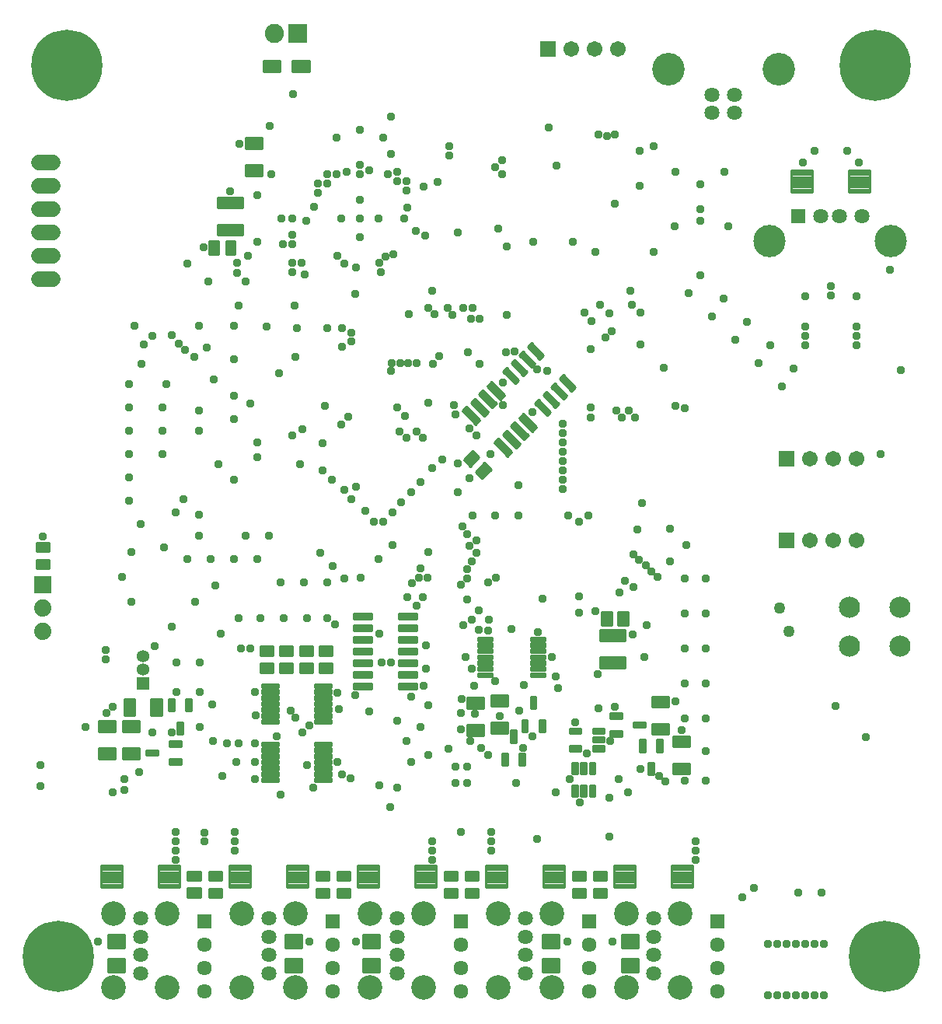
<source format=gbs>
G04 EAGLE Gerber RS-274X export*
G75*
%MOMM*%
%FSLAX34Y34*%
%LPD*%
%INSoldermask Bottom*%
%IPPOS*%
%AMOC8*
5,1,8,0,0,1.08239X$1,22.5*%
G01*
G04 Define Apertures*
%ADD10C,2.903200*%
%ADD11C,7.753200*%
%ADD12C,1.631200*%
%ADD13C,3.549200*%
%ADD14R,1.703200X1.703200*%
%ADD15C,1.703200*%
%ADD16C,0.246203*%
%ADD17C,0.251278*%
%ADD18C,0.255422*%
%ADD19C,0.256275*%
%ADD20C,2.678200*%
%ADD21R,1.631200X1.631200*%
%ADD22C,3.519200*%
%ADD23C,1.611200*%
%ADD24R,1.611200X1.611200*%
%ADD25C,0.259222*%
%ADD26C,0.247294*%
%ADD27C,0.254303*%
%ADD28R,1.361200X1.361200*%
%ADD29C,1.361200*%
%ADD30C,0.258244*%
%ADD31C,1.727200*%
%ADD32R,1.879600X1.879600*%
%ADD33C,1.879600*%
%ADD34C,0.249456*%
%ADD35C,0.251534*%
%ADD36C,0.282831*%
%ADD37C,0.255191*%
%ADD38C,0.254747*%
%ADD39R,2.078200X2.078200*%
%ADD40C,2.078200*%
%ADD41C,2.303200*%
%ADD42C,0.959600*%
%ADD43C,1.259600*%
D10*
X60000Y1020000D03*
D11*
X60000Y1020000D03*
D10*
X940000Y1020000D03*
D11*
X940000Y1020000D03*
D10*
X950000Y50000D03*
D11*
X950000Y50000D03*
D10*
X50000Y50000D03*
D11*
X50000Y50000D03*
D12*
X787200Y968440D03*
X762200Y968440D03*
X787200Y988440D03*
X762200Y988440D03*
D13*
X834900Y1015540D03*
X714500Y1015540D03*
D14*
X843280Y591820D03*
D15*
X868680Y591820D03*
X894080Y591820D03*
X919480Y591820D03*
D14*
X843280Y502920D03*
D15*
X868680Y502920D03*
X894080Y502920D03*
X919480Y502920D03*
D16*
X254029Y929896D02*
X254029Y941112D01*
X271751Y941112D01*
X271751Y929896D01*
X254029Y929896D01*
X254029Y932235D02*
X271751Y932235D01*
X271751Y934574D02*
X254029Y934574D01*
X254029Y936913D02*
X271751Y936913D01*
X271751Y939252D02*
X254029Y939252D01*
X254029Y911604D02*
X254029Y900388D01*
X254029Y911604D02*
X271751Y911604D01*
X271751Y900388D01*
X254029Y900388D01*
X254029Y902727D02*
X271751Y902727D01*
X271751Y905066D02*
X254029Y905066D01*
X254029Y907405D02*
X271751Y907405D01*
X271751Y909744D02*
X254029Y909744D01*
X94009Y306112D02*
X94009Y294896D01*
X94009Y306112D02*
X111731Y306112D01*
X111731Y294896D01*
X94009Y294896D01*
X94009Y297235D02*
X111731Y297235D01*
X111731Y299574D02*
X94009Y299574D01*
X94009Y301913D02*
X111731Y301913D01*
X111731Y304252D02*
X94009Y304252D01*
X94009Y276604D02*
X94009Y265388D01*
X94009Y276604D02*
X111731Y276604D01*
X111731Y265388D01*
X94009Y265388D01*
X94009Y267727D02*
X111731Y267727D01*
X111731Y270066D02*
X94009Y270066D01*
X94009Y272405D02*
X111731Y272405D01*
X111731Y274744D02*
X94009Y274744D01*
X121878Y312449D02*
X133094Y312449D01*
X121878Y312449D02*
X121878Y330171D01*
X133094Y330171D01*
X133094Y312449D01*
X133094Y314788D02*
X121878Y314788D01*
X121878Y317127D02*
X133094Y317127D01*
X133094Y319466D02*
X121878Y319466D01*
X121878Y321805D02*
X133094Y321805D01*
X133094Y324144D02*
X121878Y324144D01*
X121878Y326483D02*
X133094Y326483D01*
X133094Y328822D02*
X121878Y328822D01*
X151386Y312449D02*
X162602Y312449D01*
X151386Y312449D02*
X151386Y330171D01*
X162602Y330171D01*
X162602Y312449D01*
X162602Y314788D02*
X151386Y314788D01*
X151386Y317127D02*
X162602Y317127D01*
X162602Y319466D02*
X151386Y319466D01*
X151386Y321805D02*
X162602Y321805D01*
X162602Y324144D02*
X151386Y324144D01*
X151386Y326483D02*
X162602Y326483D01*
X162602Y328822D02*
X151386Y328822D01*
X120679Y306112D02*
X120679Y294896D01*
X120679Y306112D02*
X138401Y306112D01*
X138401Y294896D01*
X120679Y294896D01*
X120679Y297235D02*
X138401Y297235D01*
X138401Y299574D02*
X120679Y299574D01*
X120679Y301913D02*
X138401Y301913D01*
X138401Y304252D02*
X120679Y304252D01*
X120679Y276604D02*
X120679Y265388D01*
X120679Y276604D02*
X138401Y276604D01*
X138401Y265388D01*
X120679Y265388D01*
X120679Y267727D02*
X138401Y267727D01*
X138401Y270066D02*
X120679Y270066D01*
X120679Y272405D02*
X138401Y272405D01*
X138401Y274744D02*
X120679Y274744D01*
X539721Y293328D02*
X539721Y304544D01*
X539721Y293328D02*
X521999Y293328D01*
X521999Y304544D01*
X539721Y304544D01*
X539721Y295667D02*
X521999Y295667D01*
X521999Y298006D02*
X539721Y298006D01*
X539721Y300345D02*
X521999Y300345D01*
X521999Y302684D02*
X539721Y302684D01*
X539721Y322836D02*
X539721Y334052D01*
X539721Y322836D02*
X521999Y322836D01*
X521999Y334052D01*
X539721Y334052D01*
X539721Y325175D02*
X521999Y325175D01*
X521999Y327514D02*
X539721Y327514D01*
X539721Y329853D02*
X521999Y329853D01*
X521999Y332192D02*
X539721Y332192D01*
X495329Y331512D02*
X495329Y320296D01*
X495329Y331512D02*
X513051Y331512D01*
X513051Y320296D01*
X495329Y320296D01*
X495329Y322635D02*
X513051Y322635D01*
X513051Y324974D02*
X495329Y324974D01*
X495329Y327313D02*
X513051Y327313D01*
X513051Y329652D02*
X495329Y329652D01*
X495329Y302004D02*
X495329Y290788D01*
X495329Y302004D02*
X513051Y302004D01*
X513051Y290788D01*
X495329Y290788D01*
X495329Y293127D02*
X513051Y293127D01*
X513051Y295466D02*
X495329Y295466D01*
X495329Y297805D02*
X513051Y297805D01*
X513051Y300144D02*
X495329Y300144D01*
X697259Y321566D02*
X697259Y332782D01*
X714981Y332782D01*
X714981Y321566D01*
X697259Y321566D01*
X697259Y323905D02*
X714981Y323905D01*
X714981Y326244D02*
X697259Y326244D01*
X697259Y328583D02*
X714981Y328583D01*
X714981Y330922D02*
X697259Y330922D01*
X697259Y303274D02*
X697259Y292058D01*
X697259Y303274D02*
X714981Y303274D01*
X714981Y292058D01*
X697259Y292058D01*
X697259Y294397D02*
X714981Y294397D01*
X714981Y296736D02*
X697259Y296736D01*
X697259Y299075D02*
X714981Y299075D01*
X714981Y301414D02*
X697259Y301414D01*
X720119Y289602D02*
X720119Y278386D01*
X720119Y289602D02*
X737841Y289602D01*
X737841Y278386D01*
X720119Y278386D01*
X720119Y280725D02*
X737841Y280725D01*
X737841Y283064D02*
X720119Y283064D01*
X720119Y285403D02*
X737841Y285403D01*
X737841Y287742D02*
X720119Y287742D01*
X720119Y260094D02*
X720119Y248878D01*
X720119Y260094D02*
X737841Y260094D01*
X737841Y248878D01*
X720119Y248878D01*
X720119Y251217D02*
X737841Y251217D01*
X737841Y253556D02*
X720119Y253556D01*
X720119Y255895D02*
X737841Y255895D01*
X737841Y258234D02*
X720119Y258234D01*
D17*
X289922Y240235D02*
X272402Y240235D01*
X272402Y244005D01*
X289922Y244005D01*
X289922Y240235D01*
X289922Y242622D02*
X272402Y242622D01*
X272402Y246735D02*
X289922Y246735D01*
X272402Y246735D02*
X272402Y250505D01*
X289922Y250505D01*
X289922Y246735D01*
X289922Y249122D02*
X272402Y249122D01*
X272402Y253235D02*
X289922Y253235D01*
X272402Y253235D02*
X272402Y257005D01*
X289922Y257005D01*
X289922Y253235D01*
X289922Y255622D02*
X272402Y255622D01*
X272402Y259735D02*
X289922Y259735D01*
X272402Y259735D02*
X272402Y263505D01*
X289922Y263505D01*
X289922Y259735D01*
X289922Y262122D02*
X272402Y262122D01*
X272402Y266235D02*
X289922Y266235D01*
X272402Y266235D02*
X272402Y270005D01*
X289922Y270005D01*
X289922Y266235D01*
X289922Y268622D02*
X272402Y268622D01*
X272402Y272735D02*
X289922Y272735D01*
X272402Y272735D02*
X272402Y276505D01*
X289922Y276505D01*
X289922Y272735D01*
X289922Y275122D02*
X272402Y275122D01*
X272402Y279235D02*
X289922Y279235D01*
X272402Y279235D02*
X272402Y283005D01*
X289922Y283005D01*
X289922Y279235D01*
X289922Y281622D02*
X272402Y281622D01*
X329838Y279235D02*
X347358Y279235D01*
X329838Y279235D02*
X329838Y283005D01*
X347358Y283005D01*
X347358Y279235D01*
X347358Y281622D02*
X329838Y281622D01*
X329838Y272735D02*
X347358Y272735D01*
X329838Y272735D02*
X329838Y276505D01*
X347358Y276505D01*
X347358Y272735D01*
X347358Y275122D02*
X329838Y275122D01*
X329838Y266235D02*
X347358Y266235D01*
X329838Y266235D02*
X329838Y270005D01*
X347358Y270005D01*
X347358Y266235D01*
X347358Y268622D02*
X329838Y268622D01*
X329838Y259735D02*
X347358Y259735D01*
X329838Y259735D02*
X329838Y263505D01*
X347358Y263505D01*
X347358Y259735D01*
X347358Y262122D02*
X329838Y262122D01*
X329838Y253235D02*
X347358Y253235D01*
X329838Y253235D02*
X329838Y257005D01*
X347358Y257005D01*
X347358Y253235D01*
X347358Y255622D02*
X329838Y255622D01*
X329838Y246735D02*
X347358Y246735D01*
X329838Y246735D02*
X329838Y250505D01*
X347358Y250505D01*
X347358Y246735D01*
X347358Y249122D02*
X329838Y249122D01*
X329838Y240235D02*
X347358Y240235D01*
X329838Y240235D02*
X329838Y244005D01*
X347358Y244005D01*
X347358Y240235D01*
X347358Y242622D02*
X329838Y242622D01*
D18*
X610086Y248810D02*
X610086Y260892D01*
X615514Y260892D01*
X615514Y248810D01*
X610086Y248810D01*
X610086Y251236D02*
X615514Y251236D01*
X615514Y253662D02*
X610086Y253662D01*
X610086Y256088D02*
X615514Y256088D01*
X615514Y258514D02*
X610086Y258514D01*
X619586Y260892D02*
X619586Y248810D01*
X619586Y260892D02*
X625014Y260892D01*
X625014Y248810D01*
X619586Y248810D01*
X619586Y251236D02*
X625014Y251236D01*
X625014Y253662D02*
X619586Y253662D01*
X619586Y256088D02*
X625014Y256088D01*
X625014Y258514D02*
X619586Y258514D01*
X629086Y260892D02*
X629086Y248810D01*
X629086Y260892D02*
X634514Y260892D01*
X634514Y248810D01*
X629086Y248810D01*
X629086Y251236D02*
X634514Y251236D01*
X634514Y253662D02*
X629086Y253662D01*
X629086Y256088D02*
X634514Y256088D01*
X634514Y258514D02*
X629086Y258514D01*
X629086Y236330D02*
X629086Y224248D01*
X629086Y236330D02*
X634514Y236330D01*
X634514Y224248D01*
X629086Y224248D01*
X629086Y226674D02*
X634514Y226674D01*
X634514Y229100D02*
X629086Y229100D01*
X629086Y231526D02*
X634514Y231526D01*
X634514Y233952D02*
X629086Y233952D01*
X619586Y236330D02*
X619586Y224248D01*
X619586Y236330D02*
X625014Y236330D01*
X625014Y224248D01*
X619586Y224248D01*
X619586Y226674D02*
X625014Y226674D01*
X625014Y229100D02*
X619586Y229100D01*
X619586Y231526D02*
X625014Y231526D01*
X625014Y233952D02*
X619586Y233952D01*
X610086Y236330D02*
X610086Y224248D01*
X610086Y236330D02*
X615514Y236330D01*
X615514Y224248D01*
X610086Y224248D01*
X610086Y226674D02*
X615514Y226674D01*
X615514Y229100D02*
X610086Y229100D01*
X610086Y231526D02*
X615514Y231526D01*
X615514Y233952D02*
X610086Y233952D01*
D16*
X250851Y835618D02*
X250851Y846834D01*
X250851Y835618D02*
X224129Y835618D01*
X224129Y846834D01*
X250851Y846834D01*
X250851Y837957D02*
X224129Y837957D01*
X224129Y840296D02*
X250851Y840296D01*
X250851Y842635D02*
X224129Y842635D01*
X224129Y844974D02*
X250851Y844974D01*
X250851Y865126D02*
X250851Y876342D01*
X250851Y865126D02*
X224129Y865126D01*
X224129Y876342D01*
X250851Y876342D01*
X250851Y867465D02*
X224129Y867465D01*
X224129Y869804D02*
X250851Y869804D01*
X250851Y872143D02*
X224129Y872143D01*
X224129Y874482D02*
X250851Y874482D01*
D19*
X104219Y73651D02*
X104219Y59129D01*
X104219Y73651D02*
X121841Y73651D01*
X121841Y59129D01*
X104219Y59129D01*
X104219Y61564D02*
X121841Y61564D01*
X121841Y63999D02*
X104219Y63999D01*
X104219Y66434D02*
X121841Y66434D01*
X121841Y68869D02*
X104219Y68869D01*
X104219Y71304D02*
X121841Y71304D01*
X104219Y47551D02*
X104219Y33029D01*
X104219Y47551D02*
X121841Y47551D01*
X121841Y33029D01*
X104219Y33029D01*
X104219Y35464D02*
X121841Y35464D01*
X121841Y37899D02*
X104219Y37899D01*
X104219Y40334D02*
X121841Y40334D01*
X121841Y42769D02*
X104219Y42769D01*
X104219Y45204D02*
X121841Y45204D01*
X297259Y59129D02*
X297259Y73651D01*
X314881Y73651D01*
X314881Y59129D01*
X297259Y59129D01*
X297259Y61564D02*
X314881Y61564D01*
X314881Y63999D02*
X297259Y63999D01*
X297259Y66434D02*
X314881Y66434D01*
X314881Y68869D02*
X297259Y68869D01*
X297259Y71304D02*
X314881Y71304D01*
X297259Y47551D02*
X297259Y33029D01*
X297259Y47551D02*
X314881Y47551D01*
X314881Y33029D01*
X297259Y33029D01*
X297259Y35464D02*
X314881Y35464D01*
X314881Y37899D02*
X297259Y37899D01*
X297259Y40334D02*
X314881Y40334D01*
X314881Y42769D02*
X297259Y42769D01*
X297259Y45204D02*
X314881Y45204D01*
X382349Y59129D02*
X382349Y73651D01*
X399971Y73651D01*
X399971Y59129D01*
X382349Y59129D01*
X382349Y61564D02*
X399971Y61564D01*
X399971Y63999D02*
X382349Y63999D01*
X382349Y66434D02*
X399971Y66434D01*
X399971Y68869D02*
X382349Y68869D01*
X382349Y71304D02*
X399971Y71304D01*
X382349Y47551D02*
X382349Y33029D01*
X382349Y47551D02*
X399971Y47551D01*
X399971Y33029D01*
X382349Y33029D01*
X382349Y35464D02*
X399971Y35464D01*
X399971Y37899D02*
X382349Y37899D01*
X382349Y40334D02*
X399971Y40334D01*
X399971Y42769D02*
X382349Y42769D01*
X382349Y45204D02*
X399971Y45204D01*
X577929Y59129D02*
X577929Y73651D01*
X595551Y73651D01*
X595551Y59129D01*
X577929Y59129D01*
X577929Y61564D02*
X595551Y61564D01*
X595551Y63999D02*
X577929Y63999D01*
X577929Y66434D02*
X595551Y66434D01*
X595551Y68869D02*
X577929Y68869D01*
X577929Y71304D02*
X595551Y71304D01*
X577929Y47551D02*
X577929Y33029D01*
X577929Y47551D02*
X595551Y47551D01*
X595551Y33029D01*
X577929Y33029D01*
X577929Y35464D02*
X595551Y35464D01*
X595551Y37899D02*
X577929Y37899D01*
X577929Y40334D02*
X595551Y40334D01*
X595551Y42769D02*
X577929Y42769D01*
X577929Y45204D02*
X595551Y45204D01*
X664289Y59129D02*
X664289Y73651D01*
X681911Y73651D01*
X681911Y59129D01*
X664289Y59129D01*
X664289Y61564D02*
X681911Y61564D01*
X681911Y63999D02*
X664289Y63999D01*
X664289Y66434D02*
X681911Y66434D01*
X681911Y68869D02*
X664289Y68869D01*
X664289Y71304D02*
X681911Y71304D01*
X664289Y47551D02*
X664289Y33029D01*
X664289Y47551D02*
X681911Y47551D01*
X681911Y33029D01*
X664289Y33029D01*
X664289Y35464D02*
X681911Y35464D01*
X681911Y37899D02*
X664289Y37899D01*
X664289Y40334D02*
X681911Y40334D01*
X681911Y42769D02*
X664289Y42769D01*
X664289Y45204D02*
X681911Y45204D01*
D12*
X139700Y91440D03*
X139700Y71440D03*
X139700Y51440D03*
X139700Y31440D03*
D20*
X110700Y16440D03*
X168700Y16440D03*
X110700Y96440D03*
X168700Y96440D03*
D12*
X279400Y91440D03*
X279400Y71440D03*
X279400Y51440D03*
X279400Y31440D03*
D20*
X250400Y16440D03*
X308400Y16440D03*
X250400Y96440D03*
X308400Y96440D03*
D12*
X419100Y91440D03*
X419100Y71440D03*
X419100Y51440D03*
X419100Y31440D03*
D20*
X390100Y16440D03*
X448100Y16440D03*
X390100Y96440D03*
X448100Y96440D03*
D12*
X558800Y91440D03*
X558800Y71440D03*
X558800Y51440D03*
X558800Y31440D03*
D20*
X529800Y16440D03*
X587800Y16440D03*
X529800Y96440D03*
X587800Y96440D03*
D12*
X698500Y91440D03*
X698500Y71440D03*
X698500Y51440D03*
X698500Y31440D03*
D20*
X669500Y16440D03*
X727500Y16440D03*
X669500Y96440D03*
X727500Y96440D03*
D21*
X855980Y855980D03*
D12*
X880980Y855980D03*
X900980Y855980D03*
X925980Y855980D03*
D22*
X825280Y828880D03*
X956680Y828880D03*
D23*
X209550Y11430D03*
X209550Y36830D03*
X209550Y62230D03*
D24*
X209550Y87630D03*
D23*
X349250Y11430D03*
X349250Y36830D03*
X349250Y62230D03*
D24*
X349250Y87630D03*
D23*
X488950Y11430D03*
X488950Y36830D03*
X488950Y62230D03*
D24*
X488950Y87630D03*
D23*
X628650Y11430D03*
X628650Y36830D03*
X628650Y62230D03*
D24*
X628650Y87630D03*
D23*
X768350Y11430D03*
X768350Y36830D03*
X768350Y62230D03*
D24*
X768350Y87630D03*
D25*
X214159Y132589D02*
X214159Y142341D01*
X227801Y142341D01*
X227801Y132589D01*
X214159Y132589D01*
X214159Y135051D02*
X227801Y135051D01*
X227801Y137513D02*
X214159Y137513D01*
X214159Y139975D02*
X227801Y139975D01*
X214159Y123951D02*
X214159Y114199D01*
X214159Y123951D02*
X227801Y123951D01*
X227801Y114199D01*
X214159Y114199D01*
X214159Y116661D02*
X227801Y116661D01*
X227801Y119123D02*
X214159Y119123D01*
X214159Y121585D02*
X227801Y121585D01*
X191243Y132645D02*
X191243Y142397D01*
X204885Y142397D01*
X204885Y132645D01*
X191243Y132645D01*
X191243Y135107D02*
X204885Y135107D01*
X204885Y137569D02*
X191243Y137569D01*
X191243Y140031D02*
X204885Y140031D01*
X191243Y124007D02*
X191243Y114255D01*
X191243Y124007D02*
X204885Y124007D01*
X204885Y114255D01*
X191243Y114255D01*
X191243Y116717D02*
X204885Y116717D01*
X204885Y119179D02*
X191243Y119179D01*
X191243Y121641D02*
X204885Y121641D01*
X353859Y132589D02*
X353859Y142341D01*
X367501Y142341D01*
X367501Y132589D01*
X353859Y132589D01*
X353859Y135051D02*
X367501Y135051D01*
X367501Y137513D02*
X353859Y137513D01*
X353859Y139975D02*
X367501Y139975D01*
X353859Y123951D02*
X353859Y114199D01*
X353859Y123951D02*
X367501Y123951D01*
X367501Y114199D01*
X353859Y114199D01*
X353859Y116661D02*
X367501Y116661D01*
X367501Y119123D02*
X353859Y119123D01*
X353859Y121585D02*
X367501Y121585D01*
X330999Y132589D02*
X330999Y142341D01*
X344641Y142341D01*
X344641Y132589D01*
X330999Y132589D01*
X330999Y135051D02*
X344641Y135051D01*
X344641Y137513D02*
X330999Y137513D01*
X330999Y139975D02*
X344641Y139975D01*
X330999Y123951D02*
X330999Y114199D01*
X330999Y123951D02*
X344641Y123951D01*
X344641Y114199D01*
X330999Y114199D01*
X330999Y116661D02*
X344641Y116661D01*
X344641Y119123D02*
X330999Y119123D01*
X330999Y121585D02*
X344641Y121585D01*
X493559Y132589D02*
X493559Y142341D01*
X507201Y142341D01*
X507201Y132589D01*
X493559Y132589D01*
X493559Y135051D02*
X507201Y135051D01*
X507201Y137513D02*
X493559Y137513D01*
X493559Y139975D02*
X507201Y139975D01*
X493559Y123951D02*
X493559Y114199D01*
X493559Y123951D02*
X507201Y123951D01*
X507201Y114199D01*
X493559Y114199D01*
X493559Y116661D02*
X507201Y116661D01*
X507201Y119123D02*
X493559Y119123D01*
X493559Y121585D02*
X507201Y121585D01*
X470699Y132589D02*
X470699Y142341D01*
X484341Y142341D01*
X484341Y132589D01*
X470699Y132589D01*
X470699Y135051D02*
X484341Y135051D01*
X484341Y137513D02*
X470699Y137513D01*
X470699Y139975D02*
X484341Y139975D01*
X470699Y123951D02*
X470699Y114199D01*
X470699Y123951D02*
X484341Y123951D01*
X484341Y114199D01*
X470699Y114199D01*
X470699Y116661D02*
X484341Y116661D01*
X484341Y119123D02*
X470699Y119123D01*
X470699Y121585D02*
X484341Y121585D01*
X610399Y132589D02*
X610399Y142341D01*
X624041Y142341D01*
X624041Y132589D01*
X610399Y132589D01*
X610399Y135051D02*
X624041Y135051D01*
X624041Y137513D02*
X610399Y137513D01*
X610399Y139975D02*
X624041Y139975D01*
X610399Y123951D02*
X610399Y114199D01*
X610399Y123951D02*
X624041Y123951D01*
X624041Y114199D01*
X610399Y114199D01*
X610399Y116661D02*
X624041Y116661D01*
X624041Y119123D02*
X610399Y119123D01*
X610399Y121585D02*
X624041Y121585D01*
X633259Y132589D02*
X633259Y142341D01*
X646901Y142341D01*
X646901Y132589D01*
X633259Y132589D01*
X633259Y135051D02*
X646901Y135051D01*
X646901Y137513D02*
X633259Y137513D01*
X633259Y139975D02*
X646901Y139975D01*
X633259Y123951D02*
X633259Y114199D01*
X633259Y123951D02*
X646901Y123951D01*
X646901Y114199D01*
X633259Y114199D01*
X633259Y116661D02*
X646901Y116661D01*
X646901Y119123D02*
X633259Y119123D01*
X633259Y121585D02*
X646901Y121585D01*
D26*
X571217Y626080D02*
X556680Y640617D01*
X571217Y626080D02*
X566720Y621583D01*
X552183Y636120D01*
X556680Y640617D01*
X564371Y623932D02*
X569069Y623932D01*
X571016Y626281D02*
X562022Y626281D01*
X559673Y628630D02*
X568667Y628630D01*
X566318Y630979D02*
X557324Y630979D01*
X554975Y633328D02*
X563969Y633328D01*
X561620Y635677D02*
X552626Y635677D01*
X554089Y638026D02*
X559271Y638026D01*
X556922Y640375D02*
X556438Y640375D01*
X547700Y631637D02*
X562237Y617100D01*
X557740Y612603D01*
X543203Y627140D01*
X547700Y631637D01*
X555391Y614952D02*
X560089Y614952D01*
X562036Y617301D02*
X553042Y617301D01*
X550693Y619650D02*
X559687Y619650D01*
X557338Y621999D02*
X548344Y621999D01*
X545995Y624348D02*
X554989Y624348D01*
X552640Y626697D02*
X543646Y626697D01*
X545109Y629046D02*
X550291Y629046D01*
X547942Y631395D02*
X547458Y631395D01*
X538720Y622657D02*
X553257Y608120D01*
X548760Y603623D01*
X534223Y618160D01*
X538720Y622657D01*
X546411Y605972D02*
X551109Y605972D01*
X553056Y608321D02*
X544062Y608321D01*
X541713Y610670D02*
X550707Y610670D01*
X548358Y613019D02*
X539364Y613019D01*
X537015Y615368D02*
X546009Y615368D01*
X543660Y617717D02*
X534666Y617717D01*
X536129Y620066D02*
X541311Y620066D01*
X538962Y622415D02*
X538478Y622415D01*
X529740Y613677D02*
X544277Y599140D01*
X539780Y594643D01*
X525243Y609180D01*
X529740Y613677D01*
X537431Y596992D02*
X542129Y596992D01*
X544076Y599341D02*
X535082Y599341D01*
X532733Y601690D02*
X541727Y601690D01*
X539378Y604039D02*
X530384Y604039D01*
X528035Y606388D02*
X537029Y606388D01*
X534680Y608737D02*
X525686Y608737D01*
X527149Y611086D02*
X532331Y611086D01*
X529982Y613435D02*
X529498Y613435D01*
X509537Y633880D02*
X495000Y648417D01*
X509537Y633880D02*
X505040Y629383D01*
X490503Y643920D01*
X495000Y648417D01*
X502691Y631732D02*
X507389Y631732D01*
X509336Y634081D02*
X500342Y634081D01*
X497993Y636430D02*
X506987Y636430D01*
X504638Y638779D02*
X495644Y638779D01*
X493295Y641128D02*
X502289Y641128D01*
X499940Y643477D02*
X490946Y643477D01*
X492409Y645826D02*
X497591Y645826D01*
X495242Y648175D02*
X494758Y648175D01*
X503980Y657397D02*
X518517Y642860D01*
X514020Y638363D01*
X499483Y652900D01*
X503980Y657397D01*
X511671Y640712D02*
X516369Y640712D01*
X518316Y643061D02*
X509322Y643061D01*
X506973Y645410D02*
X515967Y645410D01*
X513618Y647759D02*
X504624Y647759D01*
X502275Y650108D02*
X511269Y650108D01*
X508920Y652457D02*
X499926Y652457D01*
X501389Y654806D02*
X506571Y654806D01*
X504222Y657155D02*
X503738Y657155D01*
X512960Y666377D02*
X527497Y651840D01*
X523000Y647343D01*
X508463Y661880D01*
X512960Y666377D01*
X520651Y649692D02*
X525349Y649692D01*
X527296Y652041D02*
X518302Y652041D01*
X515953Y654390D02*
X524947Y654390D01*
X522598Y656739D02*
X513604Y656739D01*
X511255Y659088D02*
X520249Y659088D01*
X517900Y661437D02*
X508906Y661437D01*
X510369Y663786D02*
X515551Y663786D01*
X513202Y666135D02*
X512718Y666135D01*
X521940Y675357D02*
X536477Y660820D01*
X531980Y656323D01*
X517443Y670860D01*
X521940Y675357D01*
X529631Y658672D02*
X534329Y658672D01*
X536276Y661021D02*
X527282Y661021D01*
X524933Y663370D02*
X533927Y663370D01*
X531578Y665719D02*
X522584Y665719D01*
X520235Y668068D02*
X529229Y668068D01*
X526880Y670417D02*
X517886Y670417D01*
X519349Y672766D02*
X524531Y672766D01*
X522182Y675115D02*
X521698Y675115D01*
D25*
X491957Y590597D02*
X498853Y583701D01*
X491957Y590597D02*
X501603Y600243D01*
X508499Y593347D01*
X498853Y583701D01*
X501315Y586163D02*
X496391Y586163D01*
X493929Y588625D02*
X503777Y588625D01*
X506239Y591087D02*
X492447Y591087D01*
X494909Y593549D02*
X508297Y593549D01*
X505835Y596011D02*
X497371Y596011D01*
X499833Y598473D02*
X503373Y598473D01*
X504961Y577593D02*
X511857Y570697D01*
X504961Y577593D02*
X514607Y587239D01*
X521503Y580343D01*
X511857Y570697D01*
X514319Y573159D02*
X509395Y573159D01*
X506933Y575621D02*
X516781Y575621D01*
X519243Y578083D02*
X505451Y578083D01*
X507913Y580545D02*
X521301Y580545D01*
X518839Y583007D02*
X510375Y583007D01*
X512837Y585469D02*
X516377Y585469D01*
D27*
X632850Y298198D02*
X644438Y298198D01*
X644438Y292794D01*
X632850Y292794D01*
X632850Y298198D01*
X632850Y295210D02*
X644438Y295210D01*
X644438Y297626D02*
X632850Y297626D01*
X632850Y288698D02*
X644438Y288698D01*
X644438Y283294D01*
X632850Y283294D01*
X632850Y288698D01*
X632850Y285710D02*
X644438Y285710D01*
X644438Y288126D02*
X632850Y288126D01*
X632850Y279198D02*
X644438Y279198D01*
X644438Y273794D01*
X632850Y273794D01*
X632850Y279198D01*
X632850Y276210D02*
X644438Y276210D01*
X644438Y278626D02*
X632850Y278626D01*
X619370Y279198D02*
X607782Y279198D01*
X619370Y279198D02*
X619370Y273794D01*
X607782Y273794D01*
X607782Y279198D01*
X607782Y276210D02*
X619370Y276210D01*
X619370Y278626D02*
X607782Y278626D01*
X607782Y298198D02*
X619370Y298198D01*
X619370Y292794D01*
X607782Y292794D01*
X607782Y298198D01*
X607782Y295210D02*
X619370Y295210D01*
X619370Y297626D02*
X607782Y297626D01*
D28*
X142240Y347450D03*
D29*
X142240Y361950D03*
X142240Y376450D03*
D25*
X26199Y490729D02*
X26199Y500481D01*
X39841Y500481D01*
X39841Y490729D01*
X26199Y490729D01*
X26199Y493191D02*
X39841Y493191D01*
X39841Y495653D02*
X26199Y495653D01*
X26199Y498115D02*
X39841Y498115D01*
X26199Y482091D02*
X26199Y472339D01*
X26199Y482091D02*
X39841Y482091D01*
X39841Y472339D01*
X26199Y472339D01*
X26199Y474801D02*
X39841Y474801D01*
X39841Y477263D02*
X26199Y477263D01*
X26199Y479725D02*
X39841Y479725D01*
X334809Y387451D02*
X334809Y377699D01*
X334809Y387451D02*
X348451Y387451D01*
X348451Y377699D01*
X334809Y377699D01*
X334809Y380161D02*
X348451Y380161D01*
X348451Y382623D02*
X334809Y382623D01*
X334809Y385085D02*
X348451Y385085D01*
X334809Y369061D02*
X334809Y359309D01*
X334809Y369061D02*
X348451Y369061D01*
X348451Y359309D01*
X334809Y359309D01*
X334809Y361771D02*
X348451Y361771D01*
X348451Y364233D02*
X334809Y364233D01*
X334809Y366695D02*
X348451Y366695D01*
X313219Y377699D02*
X313219Y387451D01*
X326861Y387451D01*
X326861Y377699D01*
X313219Y377699D01*
X313219Y380161D02*
X326861Y380161D01*
X326861Y382623D02*
X313219Y382623D01*
X313219Y385085D02*
X326861Y385085D01*
X313219Y369061D02*
X313219Y359309D01*
X313219Y369061D02*
X326861Y369061D01*
X326861Y359309D01*
X313219Y359309D01*
X313219Y361771D02*
X326861Y361771D01*
X326861Y364233D02*
X313219Y364233D01*
X313219Y366695D02*
X326861Y366695D01*
X291629Y377699D02*
X291629Y387451D01*
X305271Y387451D01*
X305271Y377699D01*
X291629Y377699D01*
X291629Y380161D02*
X305271Y380161D01*
X305271Y382623D02*
X291629Y382623D01*
X291629Y385085D02*
X305271Y385085D01*
X291629Y369061D02*
X291629Y359309D01*
X291629Y369061D02*
X305271Y369061D01*
X305271Y359309D01*
X291629Y359309D01*
X291629Y361771D02*
X305271Y361771D01*
X305271Y364233D02*
X291629Y364233D01*
X291629Y366695D02*
X305271Y366695D01*
X270039Y377699D02*
X270039Y387451D01*
X283681Y387451D01*
X283681Y377699D01*
X270039Y377699D01*
X270039Y380161D02*
X283681Y380161D01*
X283681Y382623D02*
X270039Y382623D01*
X270039Y385085D02*
X283681Y385085D01*
X270039Y369061D02*
X270039Y359309D01*
X270039Y369061D02*
X283681Y369061D01*
X283681Y359309D01*
X270039Y359309D01*
X270039Y361771D02*
X283681Y361771D01*
X283681Y364233D02*
X270039Y364233D01*
X270039Y366695D02*
X283681Y366695D01*
D30*
X305502Y1025232D02*
X323442Y1025232D01*
X323442Y1013468D01*
X305502Y1013468D01*
X305502Y1025232D01*
X305502Y1015921D02*
X323442Y1015921D01*
X323442Y1018374D02*
X305502Y1018374D01*
X305502Y1020827D02*
X323442Y1020827D01*
X323442Y1023280D02*
X305502Y1023280D01*
X291398Y1025232D02*
X273458Y1025232D01*
X291398Y1025232D02*
X291398Y1013468D01*
X273458Y1013468D01*
X273458Y1025232D01*
X273458Y1015921D02*
X291398Y1015921D01*
X291398Y1018374D02*
X273458Y1018374D01*
X273458Y1020827D02*
X291398Y1020827D01*
X291398Y1023280D02*
X273458Y1023280D01*
D31*
X44480Y786960D02*
X29240Y786960D01*
X29240Y812360D02*
X44480Y812360D01*
X44480Y837760D02*
X29240Y837760D01*
X29240Y863160D02*
X44480Y863160D01*
X44480Y888560D02*
X29240Y888560D01*
X29240Y913960D02*
X44480Y913960D01*
D32*
X33020Y454660D03*
D33*
X33020Y429260D03*
X33020Y403860D03*
D34*
X421520Y423146D02*
X440752Y423146D01*
X440752Y417594D01*
X421520Y417594D01*
X421520Y423146D01*
X421520Y419964D02*
X440752Y419964D01*
X440752Y422334D02*
X421520Y422334D01*
X421520Y410446D02*
X440752Y410446D01*
X440752Y404894D01*
X421520Y404894D01*
X421520Y410446D01*
X421520Y407264D02*
X440752Y407264D01*
X440752Y409634D02*
X421520Y409634D01*
X421520Y397746D02*
X440752Y397746D01*
X440752Y392194D01*
X421520Y392194D01*
X421520Y397746D01*
X421520Y394564D02*
X440752Y394564D01*
X440752Y396934D02*
X421520Y396934D01*
X421520Y385046D02*
X440752Y385046D01*
X440752Y379494D01*
X421520Y379494D01*
X421520Y385046D01*
X421520Y381864D02*
X440752Y381864D01*
X440752Y384234D02*
X421520Y384234D01*
X421520Y372346D02*
X440752Y372346D01*
X440752Y366794D01*
X421520Y366794D01*
X421520Y372346D01*
X421520Y369164D02*
X440752Y369164D01*
X440752Y371534D02*
X421520Y371534D01*
X421520Y359646D02*
X440752Y359646D01*
X440752Y354094D01*
X421520Y354094D01*
X421520Y359646D01*
X421520Y356464D02*
X440752Y356464D01*
X440752Y358834D02*
X421520Y358834D01*
X421520Y346946D02*
X440752Y346946D01*
X440752Y341394D01*
X421520Y341394D01*
X421520Y346946D01*
X421520Y343764D02*
X440752Y343764D01*
X440752Y346134D02*
X421520Y346134D01*
X391280Y346946D02*
X372048Y346946D01*
X391280Y346946D02*
X391280Y341394D01*
X372048Y341394D01*
X372048Y346946D01*
X372048Y343764D02*
X391280Y343764D01*
X391280Y346134D02*
X372048Y346134D01*
X372048Y359646D02*
X391280Y359646D01*
X391280Y354094D01*
X372048Y354094D01*
X372048Y359646D01*
X372048Y356464D02*
X391280Y356464D01*
X391280Y358834D02*
X372048Y358834D01*
X372048Y372346D02*
X391280Y372346D01*
X391280Y366794D01*
X372048Y366794D01*
X372048Y372346D01*
X372048Y369164D02*
X391280Y369164D01*
X391280Y371534D02*
X372048Y371534D01*
X372048Y385046D02*
X391280Y385046D01*
X391280Y379494D01*
X372048Y379494D01*
X372048Y385046D01*
X372048Y381864D02*
X391280Y381864D01*
X391280Y384234D02*
X372048Y384234D01*
X372048Y397746D02*
X391280Y397746D01*
X391280Y392194D01*
X372048Y392194D01*
X372048Y397746D01*
X372048Y394564D02*
X391280Y394564D01*
X391280Y396934D02*
X372048Y396934D01*
X372048Y410446D02*
X391280Y410446D01*
X391280Y404894D01*
X372048Y404894D01*
X372048Y410446D01*
X372048Y407264D02*
X391280Y407264D01*
X391280Y409634D02*
X372048Y409634D01*
X372048Y423146D02*
X391280Y423146D01*
X391280Y417594D01*
X372048Y417594D01*
X372048Y423146D01*
X372048Y419964D02*
X391280Y419964D01*
X391280Y422334D02*
X372048Y422334D01*
D35*
X564654Y397230D02*
X579902Y397230D01*
X579902Y393610D01*
X564654Y393610D01*
X564654Y397230D01*
X564654Y395999D02*
X579902Y395999D01*
X579902Y390730D02*
X564654Y390730D01*
X579902Y390730D02*
X579902Y387110D01*
X564654Y387110D01*
X564654Y390730D01*
X564654Y389499D02*
X579902Y389499D01*
X579902Y384230D02*
X564654Y384230D01*
X579902Y384230D02*
X579902Y380610D01*
X564654Y380610D01*
X564654Y384230D01*
X564654Y382999D02*
X579902Y382999D01*
X579902Y377730D02*
X564654Y377730D01*
X579902Y377730D02*
X579902Y374110D01*
X564654Y374110D01*
X564654Y377730D01*
X564654Y376499D02*
X579902Y376499D01*
X579902Y371230D02*
X564654Y371230D01*
X579902Y371230D02*
X579902Y367610D01*
X564654Y367610D01*
X564654Y371230D01*
X564654Y369999D02*
X579902Y369999D01*
X579902Y364730D02*
X564654Y364730D01*
X579902Y364730D02*
X579902Y361110D01*
X564654Y361110D01*
X564654Y364730D01*
X564654Y363499D02*
X579902Y363499D01*
X579902Y358230D02*
X564654Y358230D01*
X579902Y358230D02*
X579902Y354610D01*
X564654Y354610D01*
X564654Y358230D01*
X564654Y356999D02*
X579902Y356999D01*
X522466Y358230D02*
X507218Y358230D01*
X522466Y358230D02*
X522466Y354610D01*
X507218Y354610D01*
X507218Y358230D01*
X507218Y356999D02*
X522466Y356999D01*
X522466Y364730D02*
X507218Y364730D01*
X522466Y364730D02*
X522466Y361110D01*
X507218Y361110D01*
X507218Y364730D01*
X507218Y363499D02*
X522466Y363499D01*
X522466Y371230D02*
X507218Y371230D01*
X522466Y371230D02*
X522466Y367610D01*
X507218Y367610D01*
X507218Y371230D01*
X507218Y369999D02*
X522466Y369999D01*
X522466Y377730D02*
X507218Y377730D01*
X522466Y377730D02*
X522466Y374110D01*
X507218Y374110D01*
X507218Y377730D01*
X507218Y376499D02*
X522466Y376499D01*
X522466Y384230D02*
X507218Y384230D01*
X522466Y384230D02*
X522466Y380610D01*
X507218Y380610D01*
X507218Y384230D01*
X507218Y382999D02*
X522466Y382999D01*
X522466Y390730D02*
X507218Y390730D01*
X522466Y390730D02*
X522466Y387110D01*
X507218Y387110D01*
X507218Y390730D01*
X507218Y389499D02*
X522466Y389499D01*
X522466Y397230D02*
X507218Y397230D01*
X522466Y397230D02*
X522466Y393610D01*
X507218Y393610D01*
X507218Y397230D01*
X507218Y395999D02*
X522466Y395999D01*
D16*
X667411Y375664D02*
X667411Y364448D01*
X640689Y364448D01*
X640689Y375664D01*
X667411Y375664D01*
X667411Y366787D02*
X640689Y366787D01*
X640689Y369126D02*
X667411Y369126D01*
X667411Y371465D02*
X640689Y371465D01*
X640689Y373804D02*
X667411Y373804D01*
X667411Y393956D02*
X667411Y405172D01*
X667411Y393956D02*
X640689Y393956D01*
X640689Y405172D01*
X667411Y405172D01*
X667411Y396295D02*
X640689Y396295D01*
X640689Y398634D02*
X667411Y398634D01*
X667411Y400973D02*
X640689Y400973D01*
X640689Y403312D02*
X667411Y403312D01*
D36*
X848886Y882460D02*
X871770Y882460D01*
X848886Y882460D02*
X848886Y905700D01*
X871770Y905700D01*
X871770Y882460D01*
X871770Y885147D02*
X848886Y885147D01*
X848886Y887834D02*
X871770Y887834D01*
X871770Y890521D02*
X848886Y890521D01*
X848886Y893208D02*
X871770Y893208D01*
X871770Y895895D02*
X848886Y895895D01*
X848886Y898582D02*
X871770Y898582D01*
X871770Y901269D02*
X848886Y901269D01*
X848886Y903956D02*
X871770Y903956D01*
X911310Y882460D02*
X934194Y882460D01*
X911310Y882460D02*
X911310Y905700D01*
X934194Y905700D01*
X934194Y882460D01*
X934194Y885147D02*
X911310Y885147D01*
X911310Y887834D02*
X934194Y887834D01*
X934194Y890521D02*
X911310Y890521D01*
X911310Y893208D02*
X934194Y893208D01*
X934194Y895895D02*
X911310Y895895D01*
X911310Y898582D02*
X934194Y898582D01*
X934194Y901269D02*
X911310Y901269D01*
X911310Y903956D02*
X934194Y903956D01*
X678730Y125540D02*
X655846Y125540D01*
X655846Y148780D01*
X678730Y148780D01*
X678730Y125540D01*
X678730Y128227D02*
X655846Y128227D01*
X655846Y130914D02*
X678730Y130914D01*
X678730Y133601D02*
X655846Y133601D01*
X655846Y136288D02*
X678730Y136288D01*
X678730Y138975D02*
X655846Y138975D01*
X655846Y141662D02*
X678730Y141662D01*
X678730Y144349D02*
X655846Y144349D01*
X655846Y147036D02*
X678730Y147036D01*
X718270Y125540D02*
X741154Y125540D01*
X718270Y125540D02*
X718270Y148780D01*
X741154Y148780D01*
X741154Y125540D01*
X741154Y128227D02*
X718270Y128227D01*
X718270Y130914D02*
X741154Y130914D01*
X741154Y133601D02*
X718270Y133601D01*
X718270Y136288D02*
X741154Y136288D01*
X741154Y138975D02*
X718270Y138975D01*
X718270Y141662D02*
X741154Y141662D01*
X741154Y144349D02*
X718270Y144349D01*
X718270Y147036D02*
X741154Y147036D01*
X601454Y148780D02*
X578570Y148780D01*
X601454Y148780D02*
X601454Y125540D01*
X578570Y125540D01*
X578570Y148780D01*
X578570Y128227D02*
X601454Y128227D01*
X601454Y130914D02*
X578570Y130914D01*
X578570Y133601D02*
X601454Y133601D01*
X601454Y136288D02*
X578570Y136288D01*
X578570Y138975D02*
X601454Y138975D01*
X601454Y141662D02*
X578570Y141662D01*
X578570Y144349D02*
X601454Y144349D01*
X601454Y147036D02*
X578570Y147036D01*
X539030Y148780D02*
X516146Y148780D01*
X539030Y148780D02*
X539030Y125540D01*
X516146Y125540D01*
X516146Y148780D01*
X516146Y128227D02*
X539030Y128227D01*
X539030Y130914D02*
X516146Y130914D01*
X516146Y133601D02*
X539030Y133601D01*
X539030Y136288D02*
X516146Y136288D01*
X516146Y138975D02*
X539030Y138975D01*
X539030Y141662D02*
X516146Y141662D01*
X516146Y144349D02*
X539030Y144349D01*
X539030Y147036D02*
X516146Y147036D01*
X399330Y125540D02*
X376446Y125540D01*
X376446Y148780D01*
X399330Y148780D01*
X399330Y125540D01*
X399330Y128227D02*
X376446Y128227D01*
X376446Y130914D02*
X399330Y130914D01*
X399330Y133601D02*
X376446Y133601D01*
X376446Y136288D02*
X399330Y136288D01*
X399330Y138975D02*
X376446Y138975D01*
X376446Y141662D02*
X399330Y141662D01*
X399330Y144349D02*
X376446Y144349D01*
X376446Y147036D02*
X399330Y147036D01*
X438870Y125540D02*
X461754Y125540D01*
X438870Y125540D02*
X438870Y148780D01*
X461754Y148780D01*
X461754Y125540D01*
X461754Y128227D02*
X438870Y128227D01*
X438870Y130914D02*
X461754Y130914D01*
X461754Y133601D02*
X438870Y133601D01*
X438870Y136288D02*
X461754Y136288D01*
X461754Y138975D02*
X438870Y138975D01*
X438870Y141662D02*
X461754Y141662D01*
X461754Y144349D02*
X438870Y144349D01*
X438870Y147036D02*
X461754Y147036D01*
X322054Y148780D02*
X299170Y148780D01*
X322054Y148780D02*
X322054Y125540D01*
X299170Y125540D01*
X299170Y148780D01*
X299170Y128227D02*
X322054Y128227D01*
X322054Y130914D02*
X299170Y130914D01*
X299170Y133601D02*
X322054Y133601D01*
X322054Y136288D02*
X299170Y136288D01*
X299170Y138975D02*
X322054Y138975D01*
X322054Y141662D02*
X299170Y141662D01*
X299170Y144349D02*
X322054Y144349D01*
X322054Y147036D02*
X299170Y147036D01*
X259630Y148780D02*
X236746Y148780D01*
X259630Y148780D02*
X259630Y125540D01*
X236746Y125540D01*
X236746Y148780D01*
X236746Y128227D02*
X259630Y128227D01*
X259630Y130914D02*
X236746Y130914D01*
X236746Y133601D02*
X259630Y133601D01*
X259630Y136288D02*
X236746Y136288D01*
X236746Y138975D02*
X259630Y138975D01*
X259630Y141662D02*
X236746Y141662D01*
X236746Y144349D02*
X259630Y144349D01*
X259630Y147036D02*
X236746Y147036D01*
X119930Y125540D02*
X97046Y125540D01*
X97046Y148780D01*
X119930Y148780D01*
X119930Y125540D01*
X119930Y128227D02*
X97046Y128227D01*
X97046Y130914D02*
X119930Y130914D01*
X119930Y133601D02*
X97046Y133601D01*
X97046Y136288D02*
X119930Y136288D01*
X119930Y138975D02*
X97046Y138975D01*
X97046Y141662D02*
X119930Y141662D01*
X119930Y144349D02*
X97046Y144349D01*
X97046Y147036D02*
X119930Y147036D01*
X159470Y125540D02*
X182354Y125540D01*
X159470Y125540D02*
X159470Y148780D01*
X182354Y148780D01*
X182354Y125540D01*
X182354Y128227D02*
X159470Y128227D01*
X159470Y130914D02*
X182354Y130914D01*
X182354Y133601D02*
X159470Y133601D01*
X159470Y136288D02*
X182354Y136288D01*
X182354Y138975D02*
X159470Y138975D01*
X159470Y141662D02*
X182354Y141662D01*
X182354Y144349D02*
X159470Y144349D01*
X159470Y147036D02*
X182354Y147036D01*
D14*
X583560Y1038080D03*
D15*
X608960Y1038080D03*
X634360Y1038080D03*
X659760Y1038080D03*
D25*
X242671Y828511D02*
X232919Y828511D01*
X242671Y828511D02*
X242671Y814869D01*
X232919Y814869D01*
X232919Y828511D01*
X232919Y817331D02*
X242671Y817331D01*
X242671Y819793D02*
X232919Y819793D01*
X232919Y822255D02*
X242671Y822255D01*
X242671Y824717D02*
X232919Y824717D01*
X232919Y827179D02*
X242671Y827179D01*
X224281Y828511D02*
X214529Y828511D01*
X224281Y828511D02*
X224281Y814869D01*
X214529Y814869D01*
X214529Y828511D01*
X214529Y817331D02*
X224281Y817331D01*
X224281Y819793D02*
X214529Y819793D01*
X214529Y822255D02*
X224281Y822255D01*
X224281Y824717D02*
X214529Y824717D01*
X214529Y827179D02*
X224281Y827179D01*
D16*
X642228Y410719D02*
X653444Y410719D01*
X642228Y410719D02*
X642228Y424941D01*
X653444Y424941D01*
X653444Y410719D01*
X653444Y413058D02*
X642228Y413058D01*
X642228Y415397D02*
X653444Y415397D01*
X653444Y417736D02*
X642228Y417736D01*
X642228Y420075D02*
X653444Y420075D01*
X653444Y422414D02*
X642228Y422414D01*
X642228Y424753D02*
X653444Y424753D01*
X659736Y410719D02*
X670952Y410719D01*
X659736Y410719D02*
X659736Y424941D01*
X670952Y424941D01*
X670952Y410719D01*
X670952Y413058D02*
X659736Y413058D01*
X659736Y415397D02*
X670952Y415397D01*
X670952Y417736D02*
X659736Y417736D01*
X659736Y420075D02*
X670952Y420075D01*
X670952Y422414D02*
X659736Y422414D01*
X659736Y424753D02*
X670952Y424753D01*
D37*
X664516Y289920D02*
X651536Y289920D01*
X651536Y295600D01*
X664516Y295600D01*
X664516Y289920D01*
X664516Y292344D02*
X651536Y292344D01*
X651536Y294768D02*
X664516Y294768D01*
X664516Y308920D02*
X651536Y308920D01*
X651536Y314600D01*
X664516Y314600D01*
X664516Y308920D01*
X664516Y311344D02*
X651536Y311344D01*
X651536Y313768D02*
X664516Y313768D01*
X676604Y299420D02*
X689584Y299420D01*
X676604Y299420D02*
X676604Y305100D01*
X689584Y305100D01*
X689584Y299420D01*
X689584Y301844D02*
X676604Y301844D01*
X676604Y304268D02*
X689584Y304268D01*
X683620Y285724D02*
X683620Y272744D01*
X683620Y285724D02*
X689300Y285724D01*
X689300Y272744D01*
X683620Y272744D01*
X683620Y275168D02*
X689300Y275168D01*
X689300Y277592D02*
X683620Y277592D01*
X683620Y280016D02*
X689300Y280016D01*
X689300Y282440D02*
X683620Y282440D01*
X683620Y284864D02*
X689300Y284864D01*
X702620Y285724D02*
X702620Y272744D01*
X702620Y285724D02*
X708300Y285724D01*
X708300Y272744D01*
X702620Y272744D01*
X702620Y275168D02*
X708300Y275168D01*
X708300Y277592D02*
X702620Y277592D01*
X702620Y280016D02*
X708300Y280016D01*
X708300Y282440D02*
X702620Y282440D01*
X702620Y284864D02*
X708300Y284864D01*
X693120Y260656D02*
X693120Y247676D01*
X693120Y260656D02*
X698800Y260656D01*
X698800Y247676D01*
X693120Y247676D01*
X693120Y250100D02*
X698800Y250100D01*
X698800Y252524D02*
X693120Y252524D01*
X693120Y254948D02*
X698800Y254948D01*
X698800Y257372D02*
X693120Y257372D01*
X693120Y259796D02*
X698800Y259796D01*
X558440Y257836D02*
X558440Y270816D01*
X558440Y257836D02*
X552760Y257836D01*
X552760Y270816D01*
X558440Y270816D01*
X558440Y260260D02*
X552760Y260260D01*
X552760Y262684D02*
X558440Y262684D01*
X558440Y265108D02*
X552760Y265108D01*
X552760Y267532D02*
X558440Y267532D01*
X558440Y269956D02*
X552760Y269956D01*
X539440Y270816D02*
X539440Y257836D01*
X533760Y257836D01*
X533760Y270816D01*
X539440Y270816D01*
X539440Y260260D02*
X533760Y260260D01*
X533760Y262684D02*
X539440Y262684D01*
X539440Y265108D02*
X533760Y265108D01*
X533760Y267532D02*
X539440Y267532D01*
X539440Y269956D02*
X533760Y269956D01*
X548940Y282904D02*
X548940Y295884D01*
X548940Y282904D02*
X543260Y282904D01*
X543260Y295884D01*
X548940Y295884D01*
X548940Y285328D02*
X543260Y285328D01*
X543260Y287752D02*
X548940Y287752D01*
X548940Y290176D02*
X543260Y290176D01*
X543260Y292600D02*
X548940Y292600D01*
X548940Y295024D02*
X543260Y295024D01*
X184124Y284120D02*
X171144Y284120D01*
X184124Y284120D02*
X184124Y278440D01*
X171144Y278440D01*
X171144Y284120D01*
X171144Y280864D02*
X184124Y280864D01*
X184124Y283288D02*
X171144Y283288D01*
X171144Y265120D02*
X184124Y265120D01*
X184124Y259440D01*
X171144Y259440D01*
X171144Y265120D01*
X171144Y261864D02*
X184124Y261864D01*
X184124Y264288D02*
X171144Y264288D01*
X159056Y274620D02*
X146076Y274620D01*
X159056Y274620D02*
X159056Y268940D01*
X146076Y268940D01*
X146076Y274620D01*
X146076Y271364D02*
X159056Y271364D01*
X159056Y273788D02*
X146076Y273788D01*
X170540Y317194D02*
X170540Y330174D01*
X176220Y330174D01*
X176220Y317194D01*
X170540Y317194D01*
X170540Y319618D02*
X176220Y319618D01*
X176220Y322042D02*
X170540Y322042D01*
X170540Y324466D02*
X176220Y324466D01*
X176220Y326890D02*
X170540Y326890D01*
X170540Y329314D02*
X176220Y329314D01*
X189540Y330174D02*
X189540Y317194D01*
X189540Y330174D02*
X195220Y330174D01*
X195220Y317194D01*
X189540Y317194D01*
X189540Y319618D02*
X195220Y319618D01*
X195220Y322042D02*
X189540Y322042D01*
X189540Y324466D02*
X195220Y324466D01*
X195220Y326890D02*
X189540Y326890D01*
X189540Y329314D02*
X195220Y329314D01*
X180040Y305106D02*
X180040Y292126D01*
X180040Y305106D02*
X185720Y305106D01*
X185720Y292126D01*
X180040Y292126D01*
X180040Y294550D02*
X185720Y294550D01*
X185720Y296974D02*
X180040Y296974D01*
X180040Y299398D02*
X185720Y299398D01*
X185720Y301822D02*
X180040Y301822D01*
X180040Y304246D02*
X185720Y304246D01*
X580030Y307646D02*
X580030Y294666D01*
X574350Y294666D01*
X574350Y307646D01*
X580030Y307646D01*
X580030Y297090D02*
X574350Y297090D01*
X574350Y299514D02*
X580030Y299514D01*
X580030Y301938D02*
X574350Y301938D01*
X574350Y304362D02*
X580030Y304362D01*
X580030Y306786D02*
X574350Y306786D01*
X561030Y307646D02*
X561030Y294666D01*
X555350Y294666D01*
X555350Y307646D01*
X561030Y307646D01*
X561030Y297090D02*
X555350Y297090D01*
X555350Y299514D02*
X561030Y299514D01*
X561030Y301938D02*
X555350Y301938D01*
X555350Y304362D02*
X561030Y304362D01*
X561030Y306786D02*
X555350Y306786D01*
X570530Y319734D02*
X570530Y332714D01*
X570530Y319734D02*
X564850Y319734D01*
X564850Y332714D01*
X570530Y332714D01*
X570530Y322158D02*
X564850Y322158D01*
X564850Y324582D02*
X570530Y324582D01*
X570530Y327006D02*
X564850Y327006D01*
X564850Y329430D02*
X570530Y329430D01*
X570530Y331854D02*
X564850Y331854D01*
D38*
X347241Y346613D02*
X329955Y346613D01*
X347241Y346613D02*
X347241Y342627D01*
X329955Y342627D01*
X329955Y346613D01*
X329955Y345047D02*
X347241Y345047D01*
X347241Y340113D02*
X329955Y340113D01*
X347241Y340113D02*
X347241Y336127D01*
X329955Y336127D01*
X329955Y340113D01*
X329955Y338547D02*
X347241Y338547D01*
X347241Y333613D02*
X329955Y333613D01*
X347241Y333613D02*
X347241Y329627D01*
X329955Y329627D01*
X329955Y333613D01*
X329955Y332047D02*
X347241Y332047D01*
X347241Y327113D02*
X329955Y327113D01*
X347241Y327113D02*
X347241Y323127D01*
X329955Y323127D01*
X329955Y327113D01*
X329955Y325547D02*
X347241Y325547D01*
X347241Y320613D02*
X329955Y320613D01*
X347241Y320613D02*
X347241Y316627D01*
X329955Y316627D01*
X329955Y320613D01*
X329955Y319047D02*
X347241Y319047D01*
X347241Y314113D02*
X329955Y314113D01*
X347241Y314113D02*
X347241Y310127D01*
X329955Y310127D01*
X329955Y314113D01*
X329955Y312547D02*
X347241Y312547D01*
X347241Y307613D02*
X329955Y307613D01*
X347241Y307613D02*
X347241Y303627D01*
X329955Y303627D01*
X329955Y307613D01*
X329955Y306047D02*
X347241Y306047D01*
X289805Y307613D02*
X272519Y307613D01*
X289805Y307613D02*
X289805Y303627D01*
X272519Y303627D01*
X272519Y307613D01*
X272519Y306047D02*
X289805Y306047D01*
X289805Y314113D02*
X272519Y314113D01*
X289805Y314113D02*
X289805Y310127D01*
X272519Y310127D01*
X272519Y314113D01*
X272519Y312547D02*
X289805Y312547D01*
X289805Y320613D02*
X272519Y320613D01*
X289805Y320613D02*
X289805Y316627D01*
X272519Y316627D01*
X272519Y320613D01*
X272519Y319047D02*
X289805Y319047D01*
X289805Y327113D02*
X272519Y327113D01*
X289805Y327113D02*
X289805Y323127D01*
X272519Y323127D01*
X272519Y327113D01*
X272519Y325547D02*
X289805Y325547D01*
X289805Y333613D02*
X272519Y333613D01*
X289805Y333613D02*
X289805Y329627D01*
X272519Y329627D01*
X272519Y333613D01*
X272519Y332047D02*
X289805Y332047D01*
X289805Y340113D02*
X272519Y340113D01*
X289805Y340113D02*
X289805Y336127D01*
X272519Y336127D01*
X272519Y340113D01*
X272519Y338547D02*
X289805Y338547D01*
X289805Y346613D02*
X272519Y346613D01*
X289805Y346613D02*
X289805Y342627D01*
X272519Y342627D01*
X272519Y346613D01*
X272519Y345047D02*
X289805Y345047D01*
D39*
X311150Y1054910D03*
D40*
X285750Y1054910D03*
D41*
X967300Y387940D03*
X912300Y387940D03*
X967300Y429940D03*
X912300Y429940D03*
D34*
X613409Y669677D02*
X600277Y682809D01*
X613409Y669677D02*
X609483Y665751D01*
X596351Y678883D01*
X600277Y682809D01*
X607113Y668121D02*
X611853Y668121D01*
X612595Y670491D02*
X604743Y670491D01*
X602373Y672861D02*
X610225Y672861D01*
X607855Y675231D02*
X600003Y675231D01*
X597633Y677601D02*
X605485Y677601D01*
X603115Y679971D02*
X597439Y679971D01*
X599809Y682341D02*
X600745Y682341D01*
X591297Y673829D02*
X604429Y660697D01*
X600503Y656771D01*
X587371Y669903D01*
X591297Y673829D01*
X598133Y659141D02*
X602873Y659141D01*
X603615Y661511D02*
X595763Y661511D01*
X593393Y663881D02*
X601245Y663881D01*
X598875Y666251D02*
X591023Y666251D01*
X588653Y668621D02*
X596505Y668621D01*
X594135Y670991D02*
X588459Y670991D01*
X590829Y673361D02*
X591765Y673361D01*
X582317Y664849D02*
X595449Y651717D01*
X591523Y647791D01*
X578391Y660923D01*
X582317Y664849D01*
X589153Y650161D02*
X593893Y650161D01*
X594635Y652531D02*
X586783Y652531D01*
X584413Y654901D02*
X592265Y654901D01*
X589895Y657271D02*
X582043Y657271D01*
X579673Y659641D02*
X587525Y659641D01*
X585155Y662011D02*
X579479Y662011D01*
X581849Y664381D02*
X582785Y664381D01*
X573337Y655869D02*
X586469Y642737D01*
X582543Y638811D01*
X569411Y651943D01*
X573337Y655869D01*
X580173Y641181D02*
X584913Y641181D01*
X585655Y643551D02*
X577803Y643551D01*
X575433Y645921D02*
X583285Y645921D01*
X580915Y648291D02*
X573063Y648291D01*
X570693Y650661D02*
X578545Y650661D01*
X576175Y653031D02*
X570499Y653031D01*
X572869Y655401D02*
X573805Y655401D01*
X551729Y677477D02*
X538597Y690609D01*
X551729Y677477D02*
X547803Y673551D01*
X534671Y686683D01*
X538597Y690609D01*
X545433Y675921D02*
X550173Y675921D01*
X550915Y678291D02*
X543063Y678291D01*
X540693Y680661D02*
X548545Y680661D01*
X546175Y683031D02*
X538323Y683031D01*
X535953Y685401D02*
X543805Y685401D01*
X541435Y687771D02*
X535759Y687771D01*
X538129Y690141D02*
X539065Y690141D01*
X547577Y699589D02*
X560709Y686457D01*
X556783Y682531D01*
X543651Y695663D01*
X547577Y699589D01*
X554413Y684901D02*
X559153Y684901D01*
X559895Y687271D02*
X552043Y687271D01*
X549673Y689641D02*
X557525Y689641D01*
X555155Y692011D02*
X547303Y692011D01*
X544933Y694381D02*
X552785Y694381D01*
X550415Y696751D02*
X544739Y696751D01*
X547109Y699121D02*
X548045Y699121D01*
X556557Y708569D02*
X569689Y695437D01*
X565763Y691511D01*
X552631Y704643D01*
X556557Y708569D01*
X563393Y693881D02*
X568133Y693881D01*
X568875Y696251D02*
X561023Y696251D01*
X558653Y698621D02*
X566505Y698621D01*
X564135Y700991D02*
X556283Y700991D01*
X553913Y703361D02*
X561765Y703361D01*
X559395Y705731D02*
X553719Y705731D01*
X556089Y708101D02*
X557025Y708101D01*
X565537Y717549D02*
X578669Y704417D01*
X574743Y700491D01*
X561611Y713623D01*
X565537Y717549D01*
X572373Y702861D02*
X577113Y702861D01*
X577855Y705231D02*
X570003Y705231D01*
X567633Y707601D02*
X575485Y707601D01*
X573115Y709971D02*
X565263Y709971D01*
X562893Y712341D02*
X570745Y712341D01*
X568375Y714711D02*
X562699Y714711D01*
X565069Y717081D02*
X566005Y717081D01*
D42*
X264160Y261620D03*
X419100Y306070D03*
X400050Y236220D03*
X637540Y356870D03*
X534670Y674370D03*
X582930Y687070D03*
X354330Y336550D03*
X670560Y228600D03*
X591820Y228600D03*
X327660Y233680D03*
X109220Y228600D03*
X30480Y257810D03*
X552450Y317500D03*
X607060Y242570D03*
X543560Y406400D03*
X613410Y304800D03*
X518391Y404900D03*
X656590Y321310D03*
X683260Y888540D03*
X635000Y425450D03*
X855980Y119380D03*
X101600Y373380D03*
X304800Y853440D03*
X293431Y853440D03*
X281940Y901700D03*
X406476Y811606D03*
X218119Y323850D03*
X351790Y411480D03*
X101600Y383540D03*
X463550Y892810D03*
X448310Y887730D03*
X400050Y401320D03*
X861060Y914400D03*
X873760Y927100D03*
X378460Y911860D03*
X378460Y901700D03*
X369570Y547370D03*
X361950Y557530D03*
X393700Y523240D03*
X414020Y533400D03*
X434340Y554990D03*
X457200Y581660D03*
X427990Y638048D03*
X366014Y637794D03*
X338074Y609092D03*
X337820Y579374D03*
X551180Y562610D03*
X335280Y488950D03*
X266700Y593090D03*
X290830Y684530D03*
X308610Y702310D03*
X749300Y890270D03*
X354330Y261620D03*
X444500Y299720D03*
X675640Y400050D03*
X572180Y689020D03*
X457200Y154940D03*
X488950Y185420D03*
X177800Y154940D03*
X209550Y184348D03*
X209550Y175260D03*
X30480Y234950D03*
X102870Y314960D03*
X109220Y321310D03*
X264160Y337820D03*
X530860Y311150D03*
X504190Y313690D03*
X557530Y345440D03*
X651510Y284354D03*
X618490Y217170D03*
X566420Y642620D03*
X520700Y596900D03*
X833120Y63500D03*
X843280Y63500D03*
X863600Y63500D03*
X873760Y63500D03*
X822960Y63500D03*
X853440Y63500D03*
X883920Y63500D03*
X33020Y506730D03*
X129540Y490220D03*
X129540Y435610D03*
X306070Y988870D03*
X525780Y909320D03*
X485140Y838200D03*
X509270Y694690D03*
X496570Y707390D03*
X728980Y295910D03*
X722630Y327660D03*
X775970Y904240D03*
X779780Y844550D03*
X721360Y844550D03*
X722630Y904240D03*
X683260Y926640D03*
X656590Y869490D03*
X647700Y943150D03*
X881380Y119380D03*
X321310Y257810D03*
X403860Y941070D03*
X353060Y941070D03*
X266700Y878840D03*
X266700Y828040D03*
X237490Y882650D03*
X318770Y792480D03*
X328930Y866140D03*
X280670Y953770D03*
X415564Y814070D03*
X617220Y424180D03*
X577850Y439420D03*
X617220Y441960D03*
X891540Y779780D03*
X891540Y769620D03*
X617220Y523240D03*
X361950Y461010D03*
X242570Y165100D03*
X521970Y165100D03*
X521970Y175260D03*
X521970Y185420D03*
X242570Y175260D03*
X242570Y185420D03*
X177800Y185420D03*
X177800Y175260D03*
X177800Y165100D03*
X744220Y175260D03*
X744220Y165100D03*
X744220Y154940D03*
X457200Y165100D03*
X457200Y175260D03*
X919480Y715010D03*
X863600Y715010D03*
X919480Y725170D03*
X919480Y735330D03*
X863600Y725170D03*
X863600Y735330D03*
X919480Y768350D03*
X863600Y768350D03*
X749300Y863600D03*
X749300Y850900D03*
X304800Y835660D03*
X294640Y825500D03*
X314960Y805180D03*
X304800Y795020D03*
X364490Y904240D03*
X388620Y905510D03*
X434340Y332740D03*
X593090Y910590D03*
X224790Y585470D03*
X241300Y568960D03*
X186690Y547370D03*
X203200Y530860D03*
X909320Y927100D03*
X922020Y914400D03*
X173990Y726440D03*
X198120Y702310D03*
X359410Y734060D03*
X359410Y713740D03*
X179070Y337820D03*
X179070Y369570D03*
X204470Y369570D03*
X204470Y337820D03*
X204470Y299720D03*
X173990Y293370D03*
X152400Y293370D03*
X228600Y246380D03*
X243840Y261620D03*
X154940Y387350D03*
X173990Y408940D03*
X199390Y435610D03*
X220980Y453390D03*
X227330Y401320D03*
X246380Y417830D03*
X270510Y417830D03*
X295910Y417830D03*
X321310Y417830D03*
X342900Y417830D03*
X342900Y457200D03*
X317500Y457200D03*
X292100Y457200D03*
X266700Y482600D03*
X241300Y482600D03*
X215900Y482600D03*
X190500Y482600D03*
X165100Y495300D03*
X120105Y463005D03*
X279400Y508000D03*
X254000Y508000D03*
X203200Y508000D03*
X177800Y533400D03*
X139700Y520700D03*
X127000Y546100D03*
X127000Y571500D03*
X127000Y596900D03*
X163830Y596900D03*
X266700Y609600D03*
X241300Y635000D03*
X203200Y622300D03*
X163830Y622300D03*
X127000Y622300D03*
X127000Y647700D03*
X163830Y647700D03*
X203200Y643890D03*
X241300Y660400D03*
X219710Y678180D03*
X167640Y673100D03*
X127000Y673100D03*
X140970Y694690D03*
X203200Y736600D03*
X212090Y712470D03*
X241300Y699770D03*
X276860Y735330D03*
X309880Y734060D03*
X342900Y734060D03*
X431800Y749300D03*
X457200Y774700D03*
X635000Y816610D03*
X698500Y816610D03*
X673100Y774700D03*
X749300Y791210D03*
X736600Y772160D03*
X762000Y746760D03*
X774700Y765810D03*
X800100Y740410D03*
X787400Y721360D03*
X812800Y695960D03*
X825500Y715010D03*
X850900Y689610D03*
X838200Y670560D03*
X414020Y497840D03*
X398780Y482600D03*
X379730Y462280D03*
X452120Y462280D03*
X453390Y490220D03*
X488950Y454660D03*
X490220Y518160D03*
X501650Y529590D03*
X525780Y529590D03*
X450850Y388620D03*
X453390Y323063D03*
X488950Y314960D03*
X488950Y297180D03*
X499110Y284480D03*
X474980Y275590D03*
X453390Y269240D03*
X485140Y554990D03*
X551180Y529590D03*
X605790Y529590D03*
X627380Y529590D03*
X685800Y543560D03*
X680720Y514350D03*
X734060Y497840D03*
X716280Y480060D03*
X732790Y461010D03*
X755650Y461010D03*
X732790Y422910D03*
X755650Y422910D03*
X732790Y384810D03*
X755650Y384810D03*
X732790Y346710D03*
X755650Y346710D03*
X732790Y308610D03*
X755650Y308610D03*
X755650Y241300D03*
X732790Y241300D03*
X656590Y944880D03*
X638810Y944880D03*
X716280Y515620D03*
X491490Y410210D03*
X448310Y344170D03*
X755650Y273050D03*
X241300Y736600D03*
X430530Y864870D03*
X476250Y922020D03*
X476250Y932180D03*
X533400Y916940D03*
X533400Y901700D03*
X378460Y949960D03*
X567690Y828040D03*
X388620Y316230D03*
X378460Y853440D03*
X378460Y873760D03*
X358140Y853440D03*
X378460Y833120D03*
X398780Y853440D03*
X412750Y963930D03*
X412750Y923290D03*
X374650Y800100D03*
X245110Y793750D03*
X361950Y803910D03*
X245110Y805180D03*
X190500Y803910D03*
X354330Y812800D03*
X256540Y812800D03*
X247650Y934720D03*
X213360Y784860D03*
X254000Y784860D03*
X400050Y805180D03*
X80010Y299720D03*
X660400Y242570D03*
X650240Y222250D03*
X439420Y839470D03*
X629920Y636270D03*
X449580Y834390D03*
X629920Y647700D03*
X246380Y281940D03*
X566420Y289560D03*
X684530Y254000D03*
X138430Y250190D03*
X292100Y226060D03*
X233680Y281940D03*
X368300Y243840D03*
X419100Y233680D03*
X548640Y238760D03*
X556260Y276860D03*
X188444Y710716D03*
X369570Y719324D03*
X181658Y717502D03*
X369570Y728920D03*
X304800Y805180D03*
X304800Y825500D03*
X121920Y231140D03*
X264160Y242570D03*
X359410Y248330D03*
X571500Y177800D03*
X650240Y180340D03*
X588010Y375920D03*
X500380Y363220D03*
X489808Y330200D03*
X429260Y284480D03*
X434340Y261620D03*
X411480Y212090D03*
X450850Y363220D03*
X419100Y647700D03*
X358140Y628650D03*
X374650Y561340D03*
X403860Y523240D03*
X423926Y544322D03*
X340614Y648970D03*
X315976Y624078D03*
X313182Y585724D03*
X453390Y652780D03*
X497840Y570230D03*
D43*
X835660Y429260D03*
X845820Y403860D03*
D42*
X967740Y688340D03*
X956310Y797560D03*
X468630Y590550D03*
X534670Y650240D03*
X444500Y566420D03*
X347980Y568960D03*
X946150Y596900D03*
X208280Y821690D03*
X529590Y842010D03*
X929640Y288290D03*
X896620Y322580D03*
X349250Y474980D03*
X384810Y534670D03*
X412750Y687070D03*
X373380Y770890D03*
X599440Y629920D03*
X495300Y438150D03*
X495376Y461086D03*
X599440Y609600D03*
X599440Y589280D03*
X500380Y416560D03*
X494030Y375920D03*
X599440Y568960D03*
X518160Y457200D03*
X495300Y471170D03*
X440690Y431800D03*
X402590Y369570D03*
X657860Y643890D03*
X688340Y375920D03*
X447040Y614529D03*
X440812Y621154D03*
X308610Y309880D03*
X259080Y384810D03*
X429260Y614680D03*
X303454Y317576D03*
X248920Y384810D03*
X421640Y621030D03*
X495300Y238760D03*
X495300Y256540D03*
X518160Y269240D03*
X594360Y341630D03*
X500182Y744220D03*
X458470Y694690D03*
X652856Y730326D03*
X482600Y238760D03*
X482600Y256540D03*
X510540Y276860D03*
X591820Y354330D03*
X646430Y723900D03*
X509270Y744220D03*
X464820Y703580D03*
X704774Y246456D03*
X667822Y458470D03*
X671632Y643890D03*
X440690Y695960D03*
X479710Y748030D03*
X711200Y240030D03*
X676910Y452120D03*
X678180Y636270D03*
X431602Y695960D03*
X474729Y755901D03*
X459740Y749300D03*
X422514Y695960D03*
X795020Y114300D03*
X722630Y648970D03*
X453314Y755726D03*
X807720Y124460D03*
X732790Y646430D03*
X413426Y696158D03*
X505460Y617220D03*
X497840Y624840D03*
X264160Y281940D03*
X444500Y472440D03*
X495300Y509270D03*
X288290Y289560D03*
X505460Y502920D03*
X443032Y462280D03*
X315948Y293370D03*
X435610Y455930D03*
X497840Y496570D03*
X323850Y300990D03*
X430530Y440690D03*
X505460Y488950D03*
X626110Y270510D03*
X355600Y318770D03*
X265430Y312420D03*
X822960Y7620D03*
X833120Y7620D03*
X843280Y7620D03*
X853440Y7620D03*
X863600Y7620D03*
X873760Y7620D03*
X883920Y7620D03*
X599440Y619760D03*
X599440Y599440D03*
X599440Y579120D03*
X508000Y426720D03*
X508000Y405130D03*
X599440Y558800D03*
X412750Y369570D03*
X500380Y480060D03*
X527050Y462280D03*
X447544Y440690D03*
X690880Y410210D03*
X709930Y690880D03*
X684530Y716280D03*
X631190Y741680D03*
X638810Y320040D03*
X307340Y758190D03*
X246380Y758190D03*
X152400Y725170D03*
X259080Y651510D03*
X519457Y416278D03*
X572278Y403082D03*
X408940Y901700D03*
X661670Y445770D03*
X664210Y636270D03*
X629920Y711200D03*
X429260Y883920D03*
X419100Y894080D03*
X429260Y894080D03*
X419100Y904240D03*
X525780Y349250D03*
X502920Y344170D03*
X373380Y334010D03*
X218440Y284480D03*
X121920Y242570D03*
X654050Y66040D03*
X604520Y66040D03*
X374650Y66040D03*
X93056Y66040D03*
X323850Y66040D03*
X698500Y932180D03*
X584200Y952500D03*
X320040Y850900D03*
X304800Y617220D03*
X133350Y736600D03*
X143312Y716280D03*
X684530Y750570D03*
X650438Y750372D03*
X501650Y755650D03*
X481528Y650240D03*
X675488Y759460D03*
X640080Y759460D03*
X491338Y755650D03*
X482600Y640080D03*
X610870Y828040D03*
X623570Y750570D03*
X538480Y748030D03*
X538282Y707390D03*
X547370Y708660D03*
X538480Y822960D03*
X353060Y901700D03*
X676605Y487985D03*
X342900Y901700D03*
X683031Y481559D03*
X342900Y891540D03*
X690093Y475768D03*
X332740Y891540D03*
X696519Y469341D03*
X332740Y881380D03*
X702945Y462915D03*
X485140Y586740D03*
X401320Y794822D03*
X426720Y853440D03*
M02*

</source>
